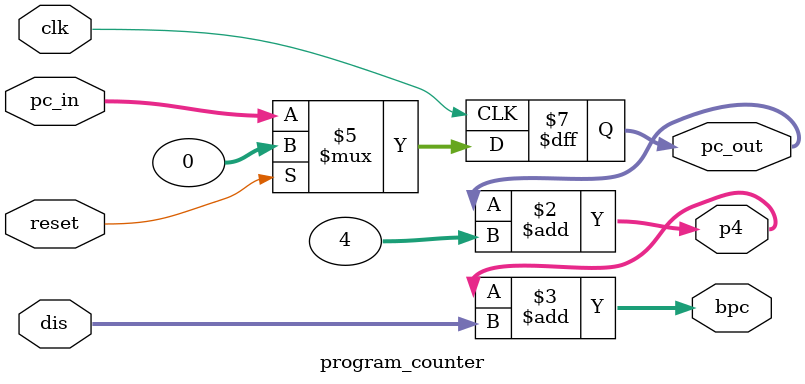
<source format=sv>
module program_counter #(
    parameter WIDTH=32 
 ) (
     pc_in,dis,
    clk,reset,
    pc_out,
   p4,bpc 
 );

 input [WIDTH-1:0] pc_in,dis;
    input clk,reset;
    output reg [WIDTH-1:0] pc_out;
    output [WIDTH-1:0] p4,bpc ;

 always @(posedge clk) begin
    if(reset) pc_out<=32'h00000000;
    else pc_out<=pc_in;
 end

 assign p4=pc_out+4;
 assign bpc=p4+dis;

    
 endmodule

</source>
